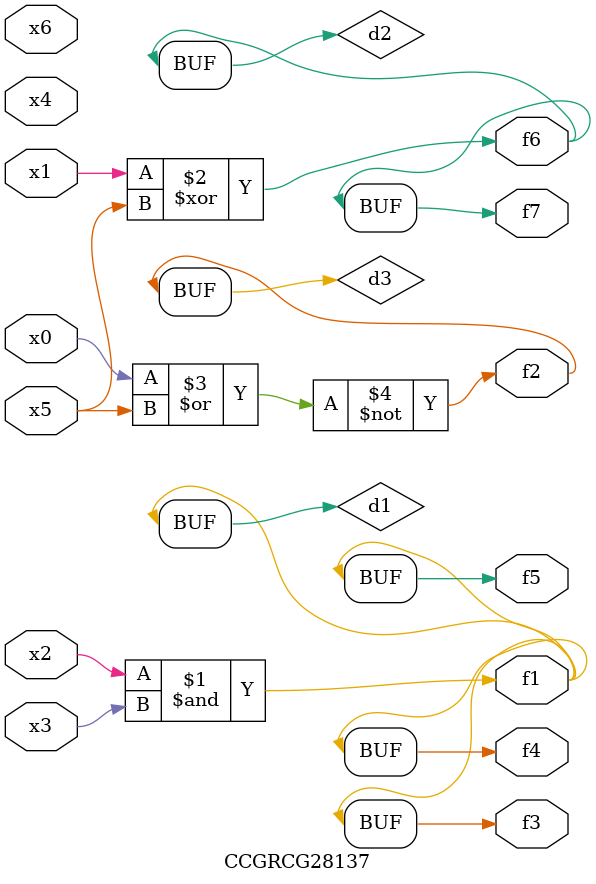
<source format=v>
module CCGRCG28137(
	input x0, x1, x2, x3, x4, x5, x6,
	output f1, f2, f3, f4, f5, f6, f7
);

	wire d1, d2, d3;

	and (d1, x2, x3);
	xor (d2, x1, x5);
	nor (d3, x0, x5);
	assign f1 = d1;
	assign f2 = d3;
	assign f3 = d1;
	assign f4 = d1;
	assign f5 = d1;
	assign f6 = d2;
	assign f7 = d2;
endmodule

</source>
